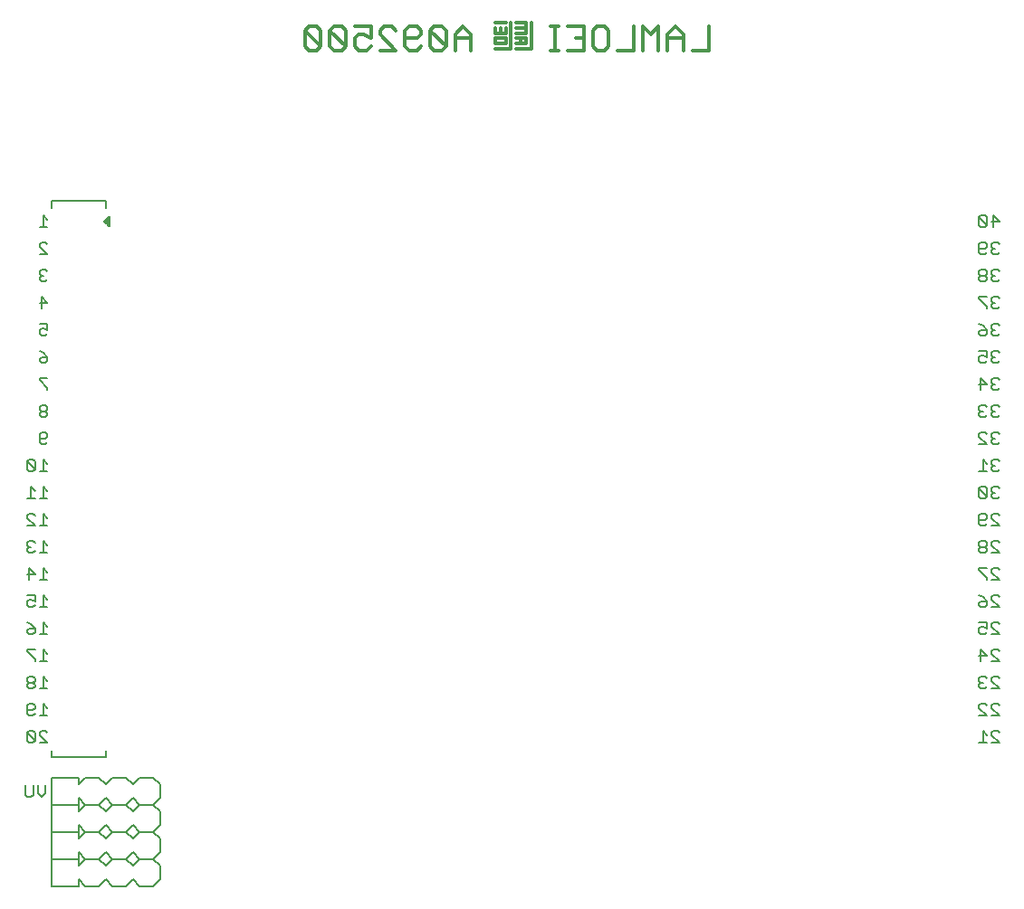
<source format=gbo>
G75*
%MOIN*%
%OFA0B0*%
%FSLAX25Y25*%
%IPPOS*%
%LPD*%
%AMOC8*
5,1,8,0,0,1.08239X$1,22.5*
%
%ADD10C,0.00600*%
%ADD11C,0.01200*%
%ADD12C,0.00500*%
%ADD13C,0.00800*%
D10*
X0004769Y0081450D02*
X0004035Y0082184D01*
X0004035Y0085854D01*
X0006971Y0085854D02*
X0006971Y0082184D01*
X0006237Y0081450D01*
X0004769Y0081450D01*
X0008639Y0082918D02*
X0008639Y0085854D01*
X0011575Y0085854D02*
X0011575Y0082918D01*
X0010107Y0081450D01*
X0008639Y0082918D01*
X0009264Y0101450D02*
X0012200Y0101450D01*
X0009264Y0104386D01*
X0009264Y0105120D01*
X0009998Y0105854D01*
X0011466Y0105854D01*
X0012200Y0105120D01*
X0007596Y0105120D02*
X0007596Y0102184D01*
X0004660Y0105120D01*
X0004660Y0102184D01*
X0005394Y0101450D01*
X0006862Y0101450D01*
X0007596Y0102184D01*
X0007596Y0105120D02*
X0006862Y0105854D01*
X0005394Y0105854D01*
X0004660Y0105120D01*
X0005394Y0111450D02*
X0004660Y0112184D01*
X0004660Y0115120D01*
X0005394Y0115854D01*
X0006862Y0115854D01*
X0007596Y0115120D01*
X0007596Y0114386D01*
X0006862Y0113652D01*
X0004660Y0113652D01*
X0005394Y0111450D02*
X0006862Y0111450D01*
X0007596Y0112184D01*
X0009264Y0111450D02*
X0012200Y0111450D01*
X0010732Y0111450D02*
X0010732Y0115854D01*
X0012200Y0114386D01*
X0012200Y0121450D02*
X0009264Y0121450D01*
X0010732Y0121450D02*
X0010732Y0125854D01*
X0012200Y0124386D01*
X0007596Y0124386D02*
X0007596Y0125120D01*
X0006862Y0125854D01*
X0005394Y0125854D01*
X0004660Y0125120D01*
X0004660Y0124386D01*
X0005394Y0123652D01*
X0006862Y0123652D01*
X0007596Y0124386D01*
X0006862Y0123652D02*
X0007596Y0122918D01*
X0007596Y0122184D01*
X0006862Y0121450D01*
X0005394Y0121450D01*
X0004660Y0122184D01*
X0004660Y0122918D01*
X0005394Y0123652D01*
X0007596Y0131450D02*
X0007596Y0132184D01*
X0004660Y0135120D01*
X0004660Y0135854D01*
X0007596Y0135854D01*
X0010732Y0135854D02*
X0010732Y0131450D01*
X0012200Y0131450D02*
X0009264Y0131450D01*
X0012200Y0134386D02*
X0010732Y0135854D01*
X0010732Y0141450D02*
X0010732Y0145854D01*
X0012200Y0144386D01*
X0012200Y0141450D02*
X0009264Y0141450D01*
X0007596Y0142184D02*
X0006862Y0141450D01*
X0005394Y0141450D01*
X0004660Y0142184D01*
X0004660Y0142918D01*
X0005394Y0143652D01*
X0007596Y0143652D01*
X0007596Y0142184D01*
X0007596Y0143652D02*
X0006128Y0145120D01*
X0004660Y0145854D01*
X0005394Y0151450D02*
X0006862Y0151450D01*
X0007596Y0152184D01*
X0007596Y0153652D02*
X0006128Y0154386D01*
X0005394Y0154386D01*
X0004660Y0153652D01*
X0004660Y0152184D01*
X0005394Y0151450D01*
X0007596Y0153652D02*
X0007596Y0155854D01*
X0004660Y0155854D01*
X0005394Y0161450D02*
X0005394Y0165854D01*
X0007596Y0163652D01*
X0004660Y0163652D01*
X0009264Y0161450D02*
X0012200Y0161450D01*
X0010732Y0161450D02*
X0010732Y0165854D01*
X0012200Y0164386D01*
X0012200Y0171450D02*
X0009264Y0171450D01*
X0010732Y0171450D02*
X0010732Y0175854D01*
X0012200Y0174386D01*
X0007596Y0175120D02*
X0006862Y0175854D01*
X0005394Y0175854D01*
X0004660Y0175120D01*
X0004660Y0174386D01*
X0005394Y0173652D01*
X0004660Y0172918D01*
X0004660Y0172184D01*
X0005394Y0171450D01*
X0006862Y0171450D01*
X0007596Y0172184D01*
X0006128Y0173652D02*
X0005394Y0173652D01*
X0004660Y0181450D02*
X0007596Y0181450D01*
X0004660Y0184386D01*
X0004660Y0185120D01*
X0005394Y0185854D01*
X0006862Y0185854D01*
X0007596Y0185120D01*
X0010732Y0185854D02*
X0010732Y0181450D01*
X0012200Y0181450D02*
X0009264Y0181450D01*
X0012200Y0184386D02*
X0010732Y0185854D01*
X0010732Y0191450D02*
X0010732Y0195854D01*
X0012200Y0194386D01*
X0012200Y0191450D02*
X0009264Y0191450D01*
X0007596Y0191450D02*
X0004660Y0191450D01*
X0006128Y0191450D02*
X0006128Y0195854D01*
X0007596Y0194386D01*
X0006862Y0201450D02*
X0007596Y0202184D01*
X0004660Y0205120D01*
X0004660Y0202184D01*
X0005394Y0201450D01*
X0006862Y0201450D01*
X0007596Y0202184D02*
X0007596Y0205120D01*
X0006862Y0205854D01*
X0005394Y0205854D01*
X0004660Y0205120D01*
X0009264Y0201450D02*
X0012200Y0201450D01*
X0010732Y0201450D02*
X0010732Y0205854D01*
X0012200Y0204386D01*
X0011466Y0211450D02*
X0009998Y0211450D01*
X0009264Y0212184D01*
X0009264Y0215120D01*
X0009998Y0215854D01*
X0011466Y0215854D01*
X0012200Y0215120D01*
X0012200Y0214386D01*
X0011466Y0213652D01*
X0009264Y0213652D01*
X0011466Y0211450D02*
X0012200Y0212184D01*
X0011466Y0221450D02*
X0009998Y0221450D01*
X0009264Y0222184D01*
X0009264Y0222918D01*
X0009998Y0223652D01*
X0011466Y0223652D01*
X0012200Y0224386D01*
X0012200Y0225120D01*
X0011466Y0225854D01*
X0009998Y0225854D01*
X0009264Y0225120D01*
X0009264Y0224386D01*
X0009998Y0223652D01*
X0011466Y0223652D02*
X0012200Y0222918D01*
X0012200Y0222184D01*
X0011466Y0221450D01*
X0012200Y0231450D02*
X0012200Y0232184D01*
X0009264Y0235120D01*
X0009264Y0235854D01*
X0012200Y0235854D01*
X0011466Y0241450D02*
X0009998Y0241450D01*
X0009264Y0242184D01*
X0009264Y0242918D01*
X0009998Y0243652D01*
X0012200Y0243652D01*
X0012200Y0242184D01*
X0011466Y0241450D01*
X0012200Y0243652D02*
X0010732Y0245120D01*
X0009264Y0245854D01*
X0009998Y0251450D02*
X0011466Y0251450D01*
X0012200Y0252184D01*
X0012200Y0253652D02*
X0010732Y0254386D01*
X0009998Y0254386D01*
X0009264Y0253652D01*
X0009264Y0252184D01*
X0009998Y0251450D01*
X0012200Y0253652D02*
X0012200Y0255854D01*
X0009264Y0255854D01*
X0009998Y0261450D02*
X0009998Y0265854D01*
X0012200Y0263652D01*
X0009264Y0263652D01*
X0009998Y0271450D02*
X0011466Y0271450D01*
X0012200Y0272184D01*
X0010732Y0273652D02*
X0009998Y0273652D01*
X0009264Y0272918D01*
X0009264Y0272184D01*
X0009998Y0271450D01*
X0009998Y0273652D02*
X0009264Y0274386D01*
X0009264Y0275120D01*
X0009998Y0275854D01*
X0011466Y0275854D01*
X0012200Y0275120D01*
X0012200Y0281450D02*
X0009264Y0281450D01*
X0012200Y0281450D02*
X0009264Y0284386D01*
X0009264Y0285120D01*
X0009998Y0285854D01*
X0011466Y0285854D01*
X0012200Y0285120D01*
X0012200Y0291450D02*
X0009264Y0291450D01*
X0010732Y0291450D02*
X0010732Y0295854D01*
X0012200Y0294386D01*
X0010732Y0155854D02*
X0010732Y0151450D01*
X0012200Y0151450D02*
X0009264Y0151450D01*
X0012200Y0154386D02*
X0010732Y0155854D01*
X0355118Y0155854D02*
X0356586Y0155120D01*
X0358053Y0153652D01*
X0355852Y0153652D01*
X0355118Y0152918D01*
X0355118Y0152184D01*
X0355852Y0151450D01*
X0357320Y0151450D01*
X0358053Y0152184D01*
X0358053Y0153652D01*
X0359722Y0154386D02*
X0359722Y0155120D01*
X0360456Y0155854D01*
X0361923Y0155854D01*
X0362657Y0155120D01*
X0359722Y0154386D02*
X0362657Y0151450D01*
X0359722Y0151450D01*
X0360456Y0145854D02*
X0361923Y0145854D01*
X0362657Y0145120D01*
X0360456Y0145854D02*
X0359722Y0145120D01*
X0359722Y0144386D01*
X0362657Y0141450D01*
X0359722Y0141450D01*
X0358053Y0142184D02*
X0357320Y0141450D01*
X0355852Y0141450D01*
X0355118Y0142184D01*
X0355118Y0143652D01*
X0355852Y0144386D01*
X0356586Y0144386D01*
X0358053Y0143652D01*
X0358053Y0145854D01*
X0355118Y0145854D01*
X0355852Y0135854D02*
X0358053Y0133652D01*
X0355118Y0133652D01*
X0355852Y0131450D02*
X0355852Y0135854D01*
X0359722Y0135120D02*
X0359722Y0134386D01*
X0362657Y0131450D01*
X0359722Y0131450D01*
X0359722Y0135120D02*
X0360456Y0135854D01*
X0361923Y0135854D01*
X0362657Y0135120D01*
X0361923Y0125854D02*
X0362657Y0125120D01*
X0361923Y0125854D02*
X0360456Y0125854D01*
X0359722Y0125120D01*
X0359722Y0124386D01*
X0362657Y0121450D01*
X0359722Y0121450D01*
X0358053Y0122184D02*
X0357320Y0121450D01*
X0355852Y0121450D01*
X0355118Y0122184D01*
X0355118Y0122918D01*
X0355852Y0123652D01*
X0356586Y0123652D01*
X0355852Y0123652D02*
X0355118Y0124386D01*
X0355118Y0125120D01*
X0355852Y0125854D01*
X0357320Y0125854D01*
X0358053Y0125120D01*
X0357320Y0115854D02*
X0355852Y0115854D01*
X0355118Y0115120D01*
X0355118Y0114386D01*
X0358053Y0111450D01*
X0355118Y0111450D01*
X0358053Y0115120D02*
X0357320Y0115854D01*
X0359722Y0115120D02*
X0360456Y0115854D01*
X0361923Y0115854D01*
X0362657Y0115120D01*
X0359722Y0115120D02*
X0359722Y0114386D01*
X0362657Y0111450D01*
X0359722Y0111450D01*
X0360456Y0105854D02*
X0361923Y0105854D01*
X0362657Y0105120D01*
X0360456Y0105854D02*
X0359722Y0105120D01*
X0359722Y0104386D01*
X0362657Y0101450D01*
X0359722Y0101450D01*
X0358053Y0101450D02*
X0355118Y0101450D01*
X0356586Y0101450D02*
X0356586Y0105854D01*
X0358053Y0104386D01*
X0358053Y0161450D02*
X0358053Y0162184D01*
X0355118Y0165120D01*
X0355118Y0165854D01*
X0358053Y0165854D01*
X0359722Y0165120D02*
X0360456Y0165854D01*
X0361923Y0165854D01*
X0362657Y0165120D01*
X0359722Y0165120D02*
X0359722Y0164386D01*
X0362657Y0161450D01*
X0359722Y0161450D01*
X0359722Y0171450D02*
X0362657Y0171450D01*
X0359722Y0174386D01*
X0359722Y0175120D01*
X0360456Y0175854D01*
X0361923Y0175854D01*
X0362657Y0175120D01*
X0358053Y0175120D02*
X0358053Y0174386D01*
X0357320Y0173652D01*
X0355852Y0173652D01*
X0355118Y0172918D01*
X0355118Y0172184D01*
X0355852Y0171450D01*
X0357320Y0171450D01*
X0358053Y0172184D01*
X0358053Y0172918D01*
X0357320Y0173652D01*
X0355852Y0173652D02*
X0355118Y0174386D01*
X0355118Y0175120D01*
X0355852Y0175854D01*
X0357320Y0175854D01*
X0358053Y0175120D01*
X0357320Y0181450D02*
X0355852Y0181450D01*
X0355118Y0182184D01*
X0355118Y0185120D01*
X0355852Y0185854D01*
X0357320Y0185854D01*
X0358053Y0185120D01*
X0358053Y0184386D01*
X0357320Y0183652D01*
X0355118Y0183652D01*
X0357320Y0181450D02*
X0358053Y0182184D01*
X0359722Y0181450D02*
X0362657Y0181450D01*
X0359722Y0184386D01*
X0359722Y0185120D01*
X0360456Y0185854D01*
X0361923Y0185854D01*
X0362657Y0185120D01*
X0361923Y0191450D02*
X0362657Y0192184D01*
X0361923Y0191450D02*
X0360456Y0191450D01*
X0359722Y0192184D01*
X0359722Y0192918D01*
X0360456Y0193652D01*
X0361189Y0193652D01*
X0360456Y0193652D02*
X0359722Y0194386D01*
X0359722Y0195120D01*
X0360456Y0195854D01*
X0361923Y0195854D01*
X0362657Y0195120D01*
X0358053Y0195120D02*
X0358053Y0192184D01*
X0355118Y0195120D01*
X0355118Y0192184D01*
X0355852Y0191450D01*
X0357320Y0191450D01*
X0358053Y0192184D01*
X0358053Y0195120D02*
X0357320Y0195854D01*
X0355852Y0195854D01*
X0355118Y0195120D01*
X0355118Y0201450D02*
X0358053Y0201450D01*
X0356586Y0201450D02*
X0356586Y0205854D01*
X0358053Y0204386D01*
X0359722Y0204386D02*
X0360456Y0203652D01*
X0359722Y0202918D01*
X0359722Y0202184D01*
X0360456Y0201450D01*
X0361923Y0201450D01*
X0362657Y0202184D01*
X0361189Y0203652D02*
X0360456Y0203652D01*
X0359722Y0204386D02*
X0359722Y0205120D01*
X0360456Y0205854D01*
X0361923Y0205854D01*
X0362657Y0205120D01*
X0361923Y0211450D02*
X0362657Y0212184D01*
X0361923Y0211450D02*
X0360456Y0211450D01*
X0359722Y0212184D01*
X0359722Y0212918D01*
X0360456Y0213652D01*
X0361189Y0213652D01*
X0360456Y0213652D02*
X0359722Y0214386D01*
X0359722Y0215120D01*
X0360456Y0215854D01*
X0361923Y0215854D01*
X0362657Y0215120D01*
X0358053Y0215120D02*
X0357320Y0215854D01*
X0355852Y0215854D01*
X0355118Y0215120D01*
X0355118Y0214386D01*
X0358053Y0211450D01*
X0355118Y0211450D01*
X0355852Y0221450D02*
X0357320Y0221450D01*
X0358053Y0222184D01*
X0359722Y0222184D02*
X0359722Y0222918D01*
X0360456Y0223652D01*
X0361189Y0223652D01*
X0360456Y0223652D02*
X0359722Y0224386D01*
X0359722Y0225120D01*
X0360456Y0225854D01*
X0361923Y0225854D01*
X0362657Y0225120D01*
X0362657Y0222184D02*
X0361923Y0221450D01*
X0360456Y0221450D01*
X0359722Y0222184D01*
X0358053Y0225120D02*
X0357320Y0225854D01*
X0355852Y0225854D01*
X0355118Y0225120D01*
X0355118Y0224386D01*
X0355852Y0223652D01*
X0355118Y0222918D01*
X0355118Y0222184D01*
X0355852Y0221450D01*
X0355852Y0223652D02*
X0356586Y0223652D01*
X0355852Y0231450D02*
X0355852Y0235854D01*
X0358053Y0233652D01*
X0355118Y0233652D01*
X0359722Y0232918D02*
X0359722Y0232184D01*
X0360456Y0231450D01*
X0361923Y0231450D01*
X0362657Y0232184D01*
X0361189Y0233652D02*
X0360456Y0233652D01*
X0359722Y0232918D01*
X0360456Y0233652D02*
X0359722Y0234386D01*
X0359722Y0235120D01*
X0360456Y0235854D01*
X0361923Y0235854D01*
X0362657Y0235120D01*
X0361923Y0241450D02*
X0362657Y0242184D01*
X0361923Y0241450D02*
X0360456Y0241450D01*
X0359722Y0242184D01*
X0359722Y0242918D01*
X0360456Y0243652D01*
X0361189Y0243652D01*
X0360456Y0243652D02*
X0359722Y0244386D01*
X0359722Y0245120D01*
X0360456Y0245854D01*
X0361923Y0245854D01*
X0362657Y0245120D01*
X0358053Y0245854D02*
X0358053Y0243652D01*
X0356586Y0244386D01*
X0355852Y0244386D01*
X0355118Y0243652D01*
X0355118Y0242184D01*
X0355852Y0241450D01*
X0357320Y0241450D01*
X0358053Y0242184D01*
X0358053Y0245854D02*
X0355118Y0245854D01*
X0355852Y0251450D02*
X0355118Y0252184D01*
X0355118Y0252918D01*
X0355852Y0253652D01*
X0358053Y0253652D01*
X0358053Y0252184D01*
X0357320Y0251450D01*
X0355852Y0251450D01*
X0358053Y0253652D02*
X0356586Y0255120D01*
X0355118Y0255854D01*
X0358053Y0261450D02*
X0358053Y0262184D01*
X0355118Y0265120D01*
X0355118Y0265854D01*
X0358053Y0265854D01*
X0359722Y0265120D02*
X0359722Y0264386D01*
X0360456Y0263652D01*
X0359722Y0262918D01*
X0359722Y0262184D01*
X0360456Y0261450D01*
X0361923Y0261450D01*
X0362657Y0262184D01*
X0361189Y0263652D02*
X0360456Y0263652D01*
X0359722Y0265120D02*
X0360456Y0265854D01*
X0361923Y0265854D01*
X0362657Y0265120D01*
X0361923Y0271450D02*
X0362657Y0272184D01*
X0361923Y0271450D02*
X0360456Y0271450D01*
X0359722Y0272184D01*
X0359722Y0272918D01*
X0360456Y0273652D01*
X0361189Y0273652D01*
X0360456Y0273652D02*
X0359722Y0274386D01*
X0359722Y0275120D01*
X0360456Y0275854D01*
X0361923Y0275854D01*
X0362657Y0275120D01*
X0358053Y0275120D02*
X0358053Y0274386D01*
X0357320Y0273652D01*
X0355852Y0273652D01*
X0355118Y0272918D01*
X0355118Y0272184D01*
X0355852Y0271450D01*
X0357320Y0271450D01*
X0358053Y0272184D01*
X0358053Y0272918D01*
X0357320Y0273652D01*
X0355852Y0273652D02*
X0355118Y0274386D01*
X0355118Y0275120D01*
X0355852Y0275854D01*
X0357320Y0275854D01*
X0358053Y0275120D01*
X0357320Y0281450D02*
X0355852Y0281450D01*
X0355118Y0282184D01*
X0355118Y0285120D01*
X0355852Y0285854D01*
X0357320Y0285854D01*
X0358053Y0285120D01*
X0358053Y0284386D01*
X0357320Y0283652D01*
X0355118Y0283652D01*
X0357320Y0281450D02*
X0358053Y0282184D01*
X0359722Y0282184D02*
X0360456Y0281450D01*
X0361923Y0281450D01*
X0362657Y0282184D01*
X0361189Y0283652D02*
X0360456Y0283652D01*
X0359722Y0282918D01*
X0359722Y0282184D01*
X0360456Y0283652D02*
X0359722Y0284386D01*
X0359722Y0285120D01*
X0360456Y0285854D01*
X0361923Y0285854D01*
X0362657Y0285120D01*
X0360456Y0291450D02*
X0360456Y0295854D01*
X0362657Y0293652D01*
X0359722Y0293652D01*
X0358053Y0292184D02*
X0358053Y0295120D01*
X0357320Y0295854D01*
X0355852Y0295854D01*
X0355118Y0295120D01*
X0358053Y0292184D01*
X0357320Y0291450D01*
X0355852Y0291450D01*
X0355118Y0292184D01*
X0355118Y0295120D01*
X0360456Y0255854D02*
X0359722Y0255120D01*
X0359722Y0254386D01*
X0360456Y0253652D01*
X0359722Y0252918D01*
X0359722Y0252184D01*
X0360456Y0251450D01*
X0361923Y0251450D01*
X0362657Y0252184D01*
X0361189Y0253652D02*
X0360456Y0253652D01*
X0360456Y0255854D02*
X0361923Y0255854D01*
X0362657Y0255120D01*
D11*
X0255650Y0356750D02*
X0249778Y0356750D01*
X0246442Y0356750D02*
X0246442Y0362622D01*
X0243506Y0365558D01*
X0240570Y0362622D01*
X0240570Y0356750D01*
X0237234Y0356750D02*
X0237234Y0365558D01*
X0234298Y0362622D01*
X0231362Y0365558D01*
X0231362Y0356750D01*
X0228026Y0356750D02*
X0222154Y0356750D01*
X0218818Y0358218D02*
X0217350Y0356750D01*
X0214414Y0356750D01*
X0212946Y0358218D01*
X0212946Y0364090D01*
X0214414Y0365558D01*
X0217350Y0365558D01*
X0218818Y0364090D01*
X0218818Y0358218D01*
X0209610Y0356750D02*
X0209610Y0365558D01*
X0203739Y0365558D01*
X0200402Y0365558D02*
X0197467Y0365558D01*
X0198934Y0365558D02*
X0198934Y0356750D01*
X0197467Y0356750D02*
X0200402Y0356750D01*
X0203739Y0356750D02*
X0209610Y0356750D01*
X0209610Y0361154D02*
X0206674Y0361154D01*
X0190312Y0357400D02*
X0184687Y0357400D01*
X0182812Y0357400D02*
X0177187Y0357400D01*
X0177187Y0359275D02*
X0177187Y0361150D01*
X0180937Y0361150D01*
X0180937Y0359275D01*
X0177187Y0359275D01*
X0177187Y0363025D02*
X0177187Y0364900D01*
X0177187Y0363025D02*
X0180937Y0363025D01*
X0180937Y0364900D01*
X0179062Y0364900D02*
X0179062Y0363650D01*
X0180937Y0366775D02*
X0177187Y0366775D01*
X0182812Y0366775D02*
X0182812Y0357400D01*
X0184687Y0359275D02*
X0186562Y0359275D01*
X0186562Y0361150D01*
X0184687Y0361150D01*
X0186562Y0361150D02*
X0188437Y0361150D01*
X0188437Y0359275D01*
X0186562Y0359275D01*
X0190312Y0357400D02*
X0190312Y0366775D01*
X0188437Y0366775D02*
X0184687Y0366775D01*
X0184687Y0364900D02*
X0188437Y0364900D01*
X0188437Y0366775D01*
X0188437Y0364900D02*
X0188437Y0363025D01*
X0184687Y0363025D01*
X0168150Y0362622D02*
X0168150Y0356750D01*
X0168150Y0361154D02*
X0162278Y0361154D01*
X0162278Y0362622D02*
X0162278Y0356750D01*
X0158942Y0358218D02*
X0153070Y0364090D01*
X0153070Y0358218D01*
X0154538Y0356750D01*
X0157474Y0356750D01*
X0158942Y0358218D01*
X0158942Y0364090D01*
X0157474Y0365558D01*
X0154538Y0365558D01*
X0153070Y0364090D01*
X0149734Y0364090D02*
X0148266Y0365558D01*
X0145330Y0365558D01*
X0143862Y0364090D01*
X0143862Y0358218D01*
X0145330Y0356750D01*
X0148266Y0356750D01*
X0149734Y0358218D01*
X0148266Y0361154D02*
X0143862Y0361154D01*
X0148266Y0361154D02*
X0149734Y0362622D01*
X0149734Y0364090D01*
X0140526Y0364090D02*
X0139058Y0365558D01*
X0136122Y0365558D01*
X0134654Y0364090D01*
X0134654Y0362622D01*
X0140526Y0356750D01*
X0134654Y0356750D01*
X0131318Y0358218D02*
X0129850Y0356750D01*
X0126914Y0356750D01*
X0125446Y0358218D01*
X0125446Y0361154D01*
X0126914Y0362622D01*
X0128382Y0362622D01*
X0131318Y0361154D01*
X0131318Y0365558D01*
X0125446Y0365558D01*
X0122110Y0364090D02*
X0120642Y0365558D01*
X0117706Y0365558D01*
X0116239Y0364090D01*
X0122110Y0358218D01*
X0120642Y0356750D01*
X0117706Y0356750D01*
X0116239Y0358218D01*
X0116239Y0364090D01*
X0112902Y0364090D02*
X0112902Y0358218D01*
X0107031Y0364090D01*
X0107031Y0358218D01*
X0108499Y0356750D01*
X0111434Y0356750D01*
X0112902Y0358218D01*
X0112902Y0364090D02*
X0111434Y0365558D01*
X0108499Y0365558D01*
X0107031Y0364090D01*
X0122110Y0364090D02*
X0122110Y0358218D01*
X0162278Y0362622D02*
X0165214Y0365558D01*
X0168150Y0362622D01*
X0228026Y0365558D02*
X0228026Y0356750D01*
X0240570Y0361154D02*
X0246442Y0361154D01*
X0255650Y0365558D02*
X0255650Y0356750D01*
D12*
X0033750Y0301150D02*
X0013750Y0301150D01*
X0013750Y0298650D01*
X0033750Y0298650D02*
X0033750Y0301150D01*
X0035000Y0295525D02*
X0035000Y0291775D01*
X0033125Y0293650D01*
X0035000Y0295525D01*
X0035000Y0295362D02*
X0034836Y0295362D01*
X0035000Y0294863D02*
X0034337Y0294863D01*
X0033839Y0294365D02*
X0035000Y0294365D01*
X0035000Y0293866D02*
X0033340Y0293866D01*
X0033407Y0293368D02*
X0035000Y0293368D01*
X0035000Y0292869D02*
X0033906Y0292869D01*
X0034404Y0292371D02*
X0035000Y0292371D01*
X0035000Y0291872D02*
X0034903Y0291872D01*
X0033750Y0098650D02*
X0033750Y0096150D01*
X0013750Y0096150D01*
X0013750Y0098650D01*
D13*
X0013750Y0048650D02*
X0023750Y0048650D01*
X0023750Y0051150D01*
X0026250Y0048650D01*
X0031250Y0048650D01*
X0033750Y0051150D01*
X0036250Y0048650D01*
X0041250Y0048650D01*
X0043750Y0051150D01*
X0046250Y0048650D01*
X0051250Y0048650D01*
X0053750Y0051150D01*
X0053750Y0056150D01*
X0051250Y0058650D01*
X0046250Y0058650D01*
X0043750Y0056150D01*
X0041250Y0058650D01*
X0036250Y0058650D01*
X0033750Y0056150D01*
X0031250Y0058650D01*
X0026250Y0058650D01*
X0023750Y0056150D01*
X0023750Y0058650D01*
X0013750Y0058650D01*
X0013750Y0056150D01*
X0013750Y0051150D01*
X0013750Y0048650D01*
X0013750Y0058650D02*
X0023750Y0058650D01*
X0023750Y0061150D01*
X0026250Y0058650D01*
X0031250Y0058650D01*
X0033750Y0061150D01*
X0036250Y0058650D01*
X0041250Y0058650D01*
X0043750Y0061150D01*
X0046250Y0058650D01*
X0051250Y0058650D01*
X0053750Y0061150D01*
X0053750Y0066150D01*
X0051250Y0068650D01*
X0046250Y0068650D01*
X0043750Y0066150D01*
X0041250Y0068650D01*
X0036250Y0068650D01*
X0033750Y0066150D01*
X0031250Y0068650D01*
X0026250Y0068650D01*
X0023750Y0066150D01*
X0023750Y0068650D01*
X0013750Y0068650D01*
X0013750Y0066150D01*
X0013750Y0061150D01*
X0013750Y0058650D01*
X0013750Y0068650D02*
X0023750Y0068650D01*
X0023750Y0071150D01*
X0026250Y0068650D01*
X0031250Y0068650D01*
X0033750Y0071150D01*
X0036250Y0068650D01*
X0041250Y0068650D01*
X0043750Y0071150D01*
X0046250Y0068650D01*
X0051250Y0068650D01*
X0053750Y0071150D01*
X0053750Y0076150D01*
X0051250Y0078650D01*
X0046250Y0078650D01*
X0043750Y0076150D01*
X0041250Y0078650D01*
X0036250Y0078650D01*
X0033750Y0076150D01*
X0031250Y0078650D01*
X0026250Y0078650D01*
X0023750Y0076150D01*
X0023750Y0078650D01*
X0013750Y0078650D01*
X0013750Y0076150D01*
X0013750Y0071150D01*
X0013750Y0068650D01*
X0013750Y0078650D02*
X0023750Y0078650D01*
X0023750Y0081150D01*
X0026250Y0078650D01*
X0031250Y0078650D01*
X0033750Y0081150D01*
X0036250Y0078650D01*
X0041250Y0078650D01*
X0043750Y0081150D01*
X0046250Y0078650D01*
X0051250Y0078650D01*
X0053750Y0081150D01*
X0053750Y0086150D01*
X0051250Y0088650D01*
X0046250Y0088650D01*
X0043750Y0086150D01*
X0041250Y0088650D01*
X0036250Y0088650D01*
X0033750Y0086150D01*
X0031250Y0088650D01*
X0026250Y0088650D01*
X0023750Y0086150D01*
X0023750Y0088650D01*
X0013750Y0088650D01*
X0013750Y0086150D01*
X0013750Y0081150D01*
X0013750Y0078650D01*
M02*

</source>
